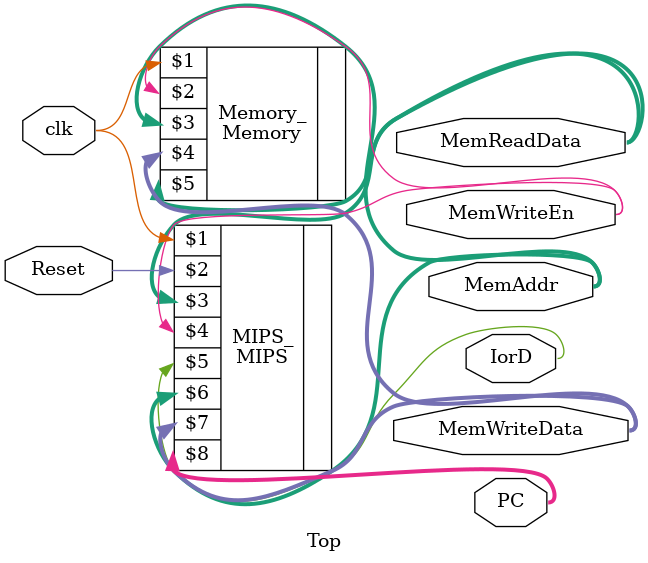
<source format=sv>
`timescale 1ns / 1ps
module Top(input  logic        clk,Reset,
           output logic        MemWriteEn,IorD, // Êä³öµÄÁ¿ÓÃÓÚ·ÂÕæ²âÊÔ
           output logic [31:0] MemAddr,MemWriteData,PC,MemReadData);
    MIPS MIPS_(clk,Reset,MemReadData, // input
               MemWriteEn,IorD,MemAddr,MemWriteData,PC); // output
    Memory Memory_(clk,MemWriteEn,MemAddr,MemWriteData, // input
                   MemReadData); // output
endmodule

</source>
